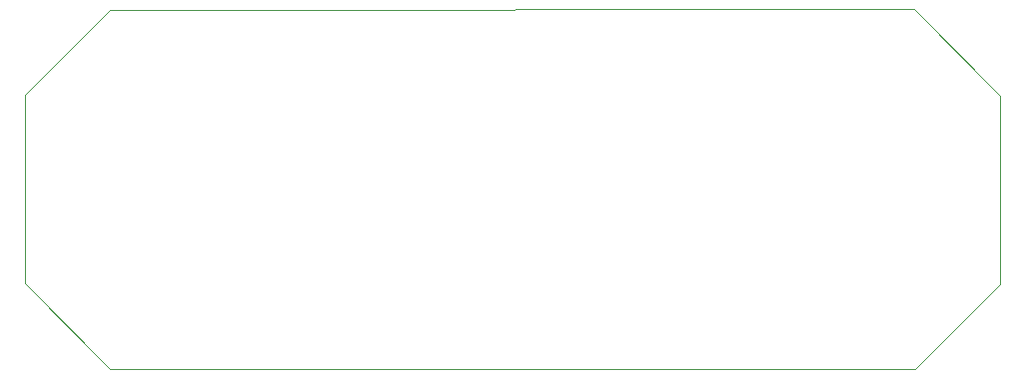
<source format=gbr>
%TF.GenerationSoftware,KiCad,Pcbnew,9.0.6*%
%TF.CreationDate,2025-11-17T13:54:39+01:00*%
%TF.ProjectId,CH32Console,43483332-436f-46e7-936f-6c652e6b6963,rev?*%
%TF.SameCoordinates,Original*%
%TF.FileFunction,Profile,NP*%
%FSLAX46Y46*%
G04 Gerber Fmt 4.6, Leading zero omitted, Abs format (unit mm)*
G04 Created by KiCad (PCBNEW 9.0.6) date 2025-11-17 13:54:39*
%MOMM*%
%LPD*%
G01*
G04 APERTURE LIST*
%TA.AperFunction,Profile*%
%ADD10C,0.050000*%
%TD*%
G04 APERTURE END LIST*
D10*
X186150000Y-71850000D02*
X186150000Y-87800000D01*
X178950000Y-95000000D01*
X110750000Y-95000000D01*
X103500000Y-87750000D01*
X103500000Y-71750000D01*
X110700000Y-64550000D01*
X178900000Y-64500000D01*
X186150000Y-71850000D01*
M02*

</source>
